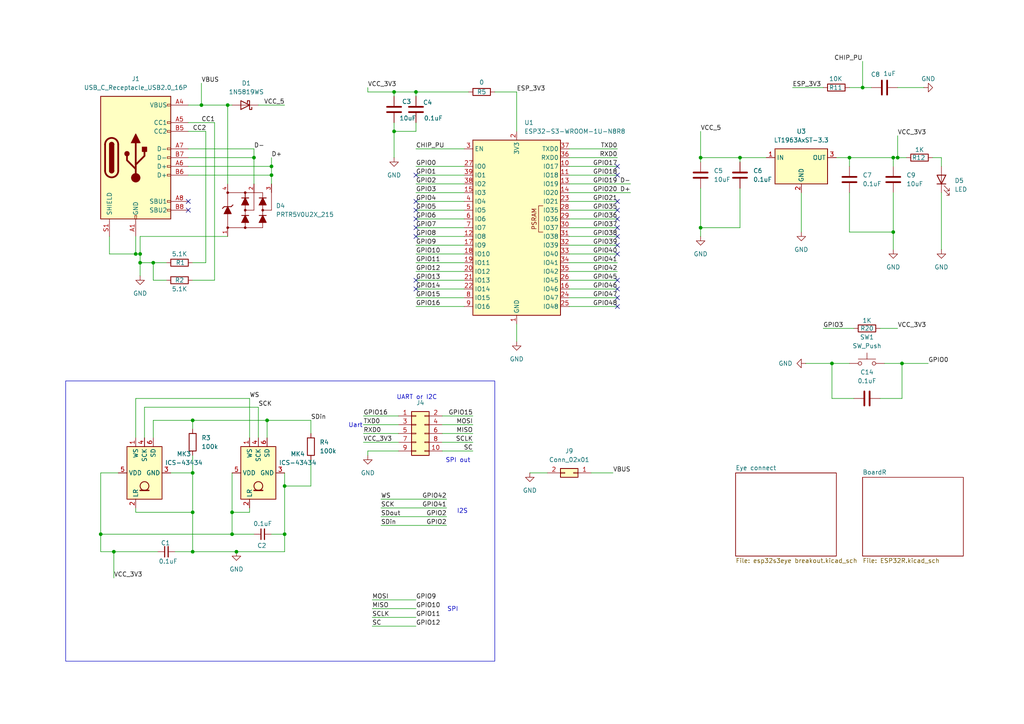
<source format=kicad_sch>
(kicad_sch (version 20231120) (generator "eeschema") (generator_version "8.0")
  (paper "A4")
  (lib_symbols
    (symbol "Connector:USB_C_Receptacle_USB2.0_16P" (pin_names (offset 1.016))
      (property "Reference" "J" (at 0 22.225 0))
      (property "Value" "USB_C_Receptacle_USB2.0_16P" (at 0 19.685 0))
      (symbol "USB_C_Receptacle_USB2.0_16P_0_0"
        (rectangle (start -0.254 -17.78) (end 0.254 -16.764))
        (rectangle (start 10.16 -14.986) (end 9.144 -15.494))
        (rectangle (start 10.16 -12.446) (end 9.144 -12.954))
        (rectangle (start 10.16 -4.826) (end 9.144 -5.334))
        (rectangle (start 10.16 -2.286) (end 9.144 -2.794))
        (rectangle (start 10.16 0.254) (end 9.144 -0.254))
        (rectangle (start 10.16 2.794) (end 9.144 2.286))
        (rectangle (start 10.16 7.874) (end 9.144 7.366))
        (rectangle (start 10.16 10.414) (end 9.144 9.906))
        (rectangle (start 10.16 15.494) (end 9.144 14.986))
      )
      (symbol "USB_C_Receptacle_USB2.0_16P_0_1"
        (rectangle (start -10.16 17.78) (end 10.16 -17.78) (stroke (width 0.254)) (fill (type background)))
        (arc (start -8.89 -3.81) (mid -6.985 -5.7067) (end -5.08 -3.81) (stroke (width 0.508)))
        (arc (start -7.62 -3.81) (mid -6.985 -4.4423) (end -6.35 -3.81) (stroke (width 0.254)))
        (arc (start -7.62 -3.81) (mid -6.985 -4.4423) (end -6.35 -3.81) (stroke (width 0.254)) (fill (type outline)))
        (rectangle (start -7.62 -3.81) (end -6.35 3.81) (stroke (width 0.254)) (fill (type outline)))
        (arc (start -6.35 3.81) (mid -6.985 4.4423) (end -7.62 3.81) (stroke (width 0.254)))
        (arc (start -6.35 3.81) (mid -6.985 4.4423) (end -7.62 3.81) (stroke (width 0.254)) (fill (type outline)))
        (arc (start -5.08 3.81) (mid -6.985 5.7067) (end -8.89 3.81) (stroke (width 0.508)))
        (circle (center -2.54 1.143) (radius 0.635) (stroke (width 0.254)) (fill (type outline)))
        (circle (center 0 -5.842) (radius 1.27) (fill (type outline)))
        (polyline (pts (xy -8.89 -3.81) (xy -8.89 3.81)) (stroke (width 0.508)))
        (polyline (pts (xy -5.08 3.81) (xy -5.08 -3.81)) (stroke (width 0.508)))
        (polyline (pts (xy 0 -5.842) (xy 0 4.318)) (stroke (width 0.508)))
        (polyline (pts (xy 0 -3.302) (xy -2.54 -0.762) (xy -2.54 0.508)) (stroke (width 0.508)))
        (polyline (pts (xy 0 -2.032) (xy 2.54 0.508) (xy 2.54 1.778)) (stroke (width 0.508)))
        (polyline (pts (xy -1.27 4.318) (xy 0 6.858) (xy 1.27 4.318) (xy -1.27 4.318)) (stroke (width 0.254)) (fill (type outline)))
        (rectangle (start 1.905 1.778) (end 3.175 3.048) (stroke (width 0.254)) (fill (type outline)))
      )
      (symbol "USB_C_Receptacle_USB2.0_16P_1_1"
        (pin passive line (at 0 -22.86 90) (length 5.08) (name "GND") (number "A1"))
        (pin passive line (at 0 -22.86 90) (length 5.08) hide (name "GND") (number "A12"))
        (pin passive line (at 15.24 15.24 180) (length 5.08) (name "VBUS") (number "A4"))
        (pin bidirectional line (at 15.24 10.16 180) (length 5.08) (name "CC1") (number "A5"))
        (pin bidirectional line (at 15.24 -2.54 180) (length 5.08) (name "D+") (number "A6"))
        (pin bidirectional line (at 15.24 2.54 180) (length 5.08) (name "D-") (number "A7"))
        (pin bidirectional line (at 15.24 -12.7 180) (length 5.08) (name "SBU1") (number "A8"))
        (pin passive line (at 15.24 15.24 180) (length 5.08) hide (name "VBUS") (number "A9"))
        (pin passive line (at 0 -22.86 90) (length 5.08) hide (name "GND") (number "B1"))
        (pin passive line (at 0 -22.86 90) (length 5.08) hide (name "GND") (number "B12"))
        (pin passive line (at 15.24 15.24 180) (length 5.08) hide (name "VBUS") (number "B4"))
        (pin bidirectional line (at 15.24 7.62 180) (length 5.08) (name "CC2") (number "B5"))
        (pin bidirectional line (at 15.24 -5.08 180) (length 5.08) (name "D+") (number "B6"))
        (pin bidirectional line (at 15.24 0 180) (length 5.08) (name "D-") (number "B7"))
        (pin bidirectional line (at 15.24 -15.24 180) (length 5.08) (name "SBU2") (number "B8"))
        (pin passive line (at 15.24 15.24 180) (length 5.08) hide (name "VBUS") (number "B9"))
        (pin passive line (at -7.62 -22.86 90) (length 5.08) (name "SHIELD") (number "S1"))
      )
    )
    (symbol "Connector_Generic:Conn_02x01" (pin_names (offset 1.016) hide)
      (property "Reference" "J" (at 1.27 2.54 0))
      (property "Value" "Conn_02x01" (at 1.27 -2.54 0))
      (symbol "Conn_02x01_1_1"
        (rectangle (start -1.27 0.127) (end 0 -0.127) (stroke (width 0.1524)))
        (rectangle (start -1.27 1.27) (end 3.81 -1.27) (stroke (width 0.254)) (fill (type background)))
        (rectangle (start 3.81 0.127) (end 2.54 -0.127) (stroke (width 0.1524)))
        (pin passive line (at -5.08 0 0) (length 3.81) (name "Pin_1") (number "1"))
        (pin passive line (at 7.62 0 180) (length 3.81) (name "Pin_2") (number "2"))
      )
    )
    (symbol "Connector_Generic:Conn_02x05_Odd_Even" (pin_names (offset 1.016) hide)
      (property "Reference" "J" (at 1.27 7.62 0))
      (property "Value" "Conn_02x05_Odd_Even" (at 1.27 -7.62 0))
      (symbol "Conn_02x05_Odd_Even_1_1"
        (rectangle (start -1.27 -4.953) (end 0 -5.207) (stroke (width 0.1524)))
        (rectangle (start -1.27 -2.413) (end 0 -2.667) (stroke (width 0.1524)))
        (rectangle (start -1.27 0.127) (end 0 -0.127) (stroke (width 0.1524)))
        (rectangle (start -1.27 2.667) (end 0 2.413) (stroke (width 0.1524)))
        (rectangle (start -1.27 5.207) (end 0 4.953) (stroke (width 0.1524)))
        (rectangle (start -1.27 6.35) (end 3.81 -6.35) (stroke (width 0.254)) (fill (type background)))
        (rectangle (start 3.81 -4.953) (end 2.54 -5.207) (stroke (width 0.1524)))
        (rectangle (start 3.81 -2.413) (end 2.54 -2.667) (stroke (width 0.1524)))
        (rectangle (start 3.81 0.127) (end 2.54 -0.127) (stroke (width 0.1524)))
        (rectangle (start 3.81 2.667) (end 2.54 2.413) (stroke (width 0.1524)))
        (rectangle (start 3.81 5.207) (end 2.54 4.953) (stroke (width 0.1524)))
        (pin passive line (at -5.08 5.08 0) (length 3.81) (name "Pin_1") (number "1"))
        (pin passive line (at 7.62 -5.08 180) (length 3.81) (name "Pin_10") (number "10"))
        (pin passive line (at 7.62 5.08 180) (length 3.81) (name "Pin_2") (number "2"))
        (pin passive line (at -5.08 2.54 0) (length 3.81) (name "Pin_3") (number "3"))
        (pin passive line (at 7.62 2.54 180) (length 3.81) (name "Pin_4") (number "4"))
        (pin passive line (at -5.08 0 0) (length 3.81) (name "Pin_5") (number "5"))
        (pin passive line (at 7.62 0 180) (length 3.81) (name "Pin_6") (number "6"))
        (pin passive line (at -5.08 -2.54 0) (length 3.81) (name "Pin_7") (number "7"))
        (pin passive line (at 7.62 -2.54 180) (length 3.81) (name "Pin_8") (number "8"))
        (pin passive line (at -5.08 -5.08 0) (length 3.81) (name "Pin_9") (number "9"))
      )
    )
    (symbol "Device:C" (pin_numbers hide) (pin_names (offset 0.254))
      (property "Reference" "C" (at 0.635 2.54 0))
      (property "Value" "C" (at 0.635 -2.54 0))
      (symbol "C_0_1"
        (polyline (pts (xy -2.032 -0.762) (xy 2.032 -0.762)) (stroke (width 0.508)))
        (polyline (pts (xy -2.032 0.762) (xy 2.032 0.762)) (stroke (width 0.508)))
      )
      (symbol "C_1_1"
        (pin passive line (at 0 3.81 270) (length 2.794) (name "~") (number "1"))
        (pin passive line (at 0 -3.81 90) (length 2.794) (name "~") (number "2"))
      )
    )
    (symbol "Device:C_Small" (pin_numbers hide) (pin_names (offset 0.254) hide)
      (property "Reference" "C" (at 0.254 1.778 0))
      (property "Value" "C_Small" (at 0.254 -2.032 0))
      (symbol "C_Small_0_1"
        (polyline (pts (xy -1.524 -0.508) (xy 1.524 -0.508)) (stroke (width 0.3302)))
        (polyline (pts (xy -1.524 0.508) (xy 1.524 0.508)) (stroke (width 0.3048)))
      )
      (symbol "C_Small_1_1"
        (pin passive line (at 0 2.54 270) (length 2.032) (name "~") (number "1"))
        (pin passive line (at 0 -2.54 90) (length 2.032) (name "~") (number "2"))
      )
    )
    (symbol "Device:LED" (pin_numbers hide) (pin_names (offset 1.016) hide)
      (property "Reference" "D" (at 0 2.54 0))
      (property "Value" "LED" (at 0 -2.54 0))
      (symbol "LED_0_1"
        (polyline (pts (xy -1.27 -1.27) (xy -1.27 1.27)) (stroke (width 0.254)))
        (polyline (pts (xy -1.27 0) (xy 1.27 0)))
        (polyline (pts (xy 1.27 -1.27) (xy 1.27 1.27) (xy -1.27 0) (xy 1.27 -1.27)) (stroke (width 0.254)))
        (polyline (pts (xy -3.048 -0.762) (xy -4.572 -2.286) (xy -3.81 -2.286) (xy -4.572 -2.286) (xy -4.572 -1.524)))
        (polyline (pts (xy -1.778 -0.762) (xy -3.302 -2.286) (xy -2.54 -2.286) (xy -3.302 -2.286) (xy -3.302 -1.524)))
      )
      (symbol "LED_1_1"
        (pin passive line (at -3.81 0 0) (length 2.54) (name "K") (number "1"))
        (pin passive line (at 3.81 0 180) (length 2.54) (name "A") (number "2"))
      )
    )
    (symbol "Device:R" (pin_numbers hide) (pin_names (offset 0))
      (property "Reference" "R" (at 2.032 0 90))
      (property "Value" "R" (at 0 0 90))
      (symbol "R_0_1"
        (rectangle (start -1.016 -2.54) (end 1.016 2.54) (stroke (width 0.254)))
      )
      (symbol "R_1_1"
        (pin passive line (at 0 3.81 270) (length 1.27) (name "~") (number "1"))
        (pin passive line (at 0 -3.81 90) (length 1.27) (name "~") (number "2"))
      )
    )
    (symbol "Diode:1N5819WS" (pin_numbers hide) (pin_names (offset 1.016) hide)
      (property "Reference" "D" (at 0 2.54 0))
      (property "Value" "1N5819WS" (at 0 -2.54 0))
      (symbol "1N5819WS_0_1"
        (polyline (pts (xy 1.27 0) (xy -1.27 0)))
        (polyline (pts (xy 1.27 1.27) (xy 1.27 -1.27) (xy -1.27 0) (xy 1.27 1.27)) (stroke (width 0.254)))
        (polyline (pts (xy -1.905 0.635) (xy -1.905 1.27) (xy -1.27 1.27) (xy -1.27 -1.27) (xy -0.635 -1.27) (xy -0.635 -0.635)) (stroke (width 0.254)))
      )
      (symbol "1N5819WS_1_1"
        (pin passive line (at -3.81 0 0) (length 2.54) (name "K") (number "1"))
        (pin passive line (at 3.81 0 180) (length 2.54) (name "A") (number "2"))
      )
    )
    (symbol "PRTR5V0U2X_215:PRTR5V0U2X_215" (pin_names (offset 1.016))
      (property "Reference" "D" (at -2.5474 -7.5404 0))
      (property "Value" "PRTR5V0U2X_215" (at -2.543 -10.3245 0))
      (symbol "PRTR5V0U2X_215_0_0"
        (circle (center -5.08 -5.08) (radius 0.254) (stroke (width 0.254)))
        (circle (center -5.08 5.08) (radius 0.254) (stroke (width 0.254)))
        (circle (center 0 -5.08) (radius 0.254) (stroke (width 0.254)))
        (polyline (pts (xy -6.096 1.016) (xy -6.604 0.508)) (stroke (width 0.254)))
        (polyline (pts (xy -6.096 1.016) (xy -5.08 1.016)) (stroke (width 0.254)))
        (polyline (pts (xy -5.08 -1.016) (xy -5.08 -7.62)) (stroke (width 0.1524)))
        (polyline (pts (xy -5.08 1.016) (xy -5.08 7.62)) (stroke (width 0.1524)))
        (polyline (pts (xy -5.08 1.016) (xy -4.064 1.016)) (stroke (width 0.254)))
        (polyline (pts (xy -4.064 1.016) (xy -3.556 1.524)) (stroke (width 0.254)))
        (polyline (pts (xy -1.016 -1.524) (xy 0 -1.524)) (stroke (width 0.254)))
        (polyline (pts (xy -1.016 3.556) (xy 0 3.556)) (stroke (width 0.254)))
        (polyline (pts (xy 0 -5.08) (xy -5.08 -5.08)) (stroke (width 0.1524)))
        (polyline (pts (xy 0 -3.556) (xy 0 -5.08)) (stroke (width 0.1524)))
        (polyline (pts (xy 0 -1.524) (xy 0 0)) (stroke (width 0.1524)))
        (polyline (pts (xy 0 -1.524) (xy 1.016 -1.524)) (stroke (width 0.254)))
        (polyline (pts (xy 0 0) (xy 0 1.524)) (stroke (width 0.1524)))
        (polyline (pts (xy 0 0) (xy 2.54 0)) (stroke (width 0.1524)))
        (polyline (pts (xy 0 3.556) (xy 0 5.08)) (stroke (width 0.254)))
        (polyline (pts (xy 0 3.556) (xy 1.016 3.556)) (stroke (width 0.254)))
        (polyline (pts (xy 0 5.08) (xy -5.08 5.08)) (stroke (width 0.1524)))
        (polyline (pts (xy 2.54 0) (xy 2.54 7.62)) (stroke (width 0.1524)))
        (polyline (pts (xy 4.064 -1.524) (xy 5.08 -1.524)) (stroke (width 0.254)))
        (polyline (pts (xy 4.064 3.556) (xy 5.08 3.556)) (stroke (width 0.254)))
        (polyline (pts (xy 5.08 -5.08) (xy 0 -5.08)) (stroke (width 0.1524)))
        (polyline (pts (xy 5.08 -3.556) (xy 5.08 -5.08)) (stroke (width 0.1524)))
        (polyline (pts (xy 5.08 -1.524) (xy 5.08 0)) (stroke (width 0.1524)))
        (polyline (pts (xy 5.08 -1.524) (xy 6.096 -1.524)) (stroke (width 0.254)))
        (polyline (pts (xy 5.08 0) (xy 5.08 1.524)) (stroke (width 0.1524)))
        (polyline (pts (xy 5.08 0) (xy 7.62 0)) (stroke (width 0.1524)))
        (polyline (pts (xy 5.08 3.556) (xy 5.08 5.08)) (stroke (width 0.1524)))
        (polyline (pts (xy 5.08 3.556) (xy 6.096 3.556)) (stroke (width 0.254)))
        (polyline (pts (xy 5.08 5.08) (xy 0 5.08)) (stroke (width 0.1524)))
        (polyline (pts (xy 7.62 0) (xy 7.62 7.62)) (stroke (width 0.1524)))
        (polyline (pts (xy -6.096 -1.016) (xy -5.08 1.016) (xy -4.064 -1.016) (xy -6.096 -1.016)) (stroke (width 0.254)) (fill (type outline)))
        (polyline (pts (xy -1.016 -3.556) (xy 0 -1.524) (xy 1.016 -3.556) (xy -1.016 -3.556)) (stroke (width 0.254)) (fill (type outline)))
        (polyline (pts (xy -1.016 1.524) (xy 0 3.556) (xy 1.016 1.524) (xy -1.016 1.524)) (stroke (width 0.254)) (fill (type outline)))
        (polyline (pts (xy 4.064 -3.556) (xy 5.08 -1.524) (xy 6.096 -3.556) (xy 4.064 -3.556)) (stroke (width 0.254)) (fill (type outline)))
        (polyline (pts (xy 4.064 1.524) (xy 5.08 3.556) (xy 6.096 1.524) (xy 4.064 1.524)) (stroke (width 0.254)) (fill (type outline)))
        (circle (center 0 0) (radius 0.254) (stroke (width 0.254)))
        (circle (center 0 5.08) (radius 0.254) (stroke (width 0.254)))
        (circle (center 5.08 0) (radius 0.254) (stroke (width 0.254)))
        (pin passive line (at -5.08 -7.62 90) (length 2.54) (name "~") (number "1"))
        (pin passive line (at 2.54 7.62 270) (length 2.54) (name "~") (number "2"))
        (pin passive line (at 7.62 7.62 270) (length 2.54) (name "~") (number "3"))
        (pin passive line (at -5.08 7.62 270) (length 2.54) (name "~") (number "4"))
      )
    )
    (symbol "RF_Module:ESP32-S3-WROOM-1"
      (property "Reference" "U" (at -12.7 26.67 0))
      (property "Value" "ESP32-S3-WROOM-1" (at 12.7 26.67 0))
      (symbol "ESP32-S3-WROOM-1_0_0"
        (rectangle (start -12.7 25.4) (end 12.7 -25.4) (stroke (width 0.254)) (fill (type background)))
        (text "PSRAM" (at 5.08 2.54 900) (effects (font (size 1.27 1.27))))
      )
      (symbol "ESP32-S3-WROOM-1_0_1"
        (polyline (pts (xy 7.62 -1.27) (xy 6.35 -1.27) (xy 6.35 6.35) (xy 7.62 6.35)))
      )
      (symbol "ESP32-S3-WROOM-1_1_1"
        (pin power_in line (at 0 -27.94 90) (length 2.54) (name "GND") (number "1"))
        (pin bidirectional line (at 15.24 17.78 180) (length 2.54) (name "IO17") (number "10"))
        (pin bidirectional line (at 15.24 15.24 180) (length 2.54) (name "IO18") (number "11"))
        (pin bidirectional line (at -15.24 -2.54 0) (length 2.54) (name "IO8") (number "12"))
        (pin bidirectional line (at 15.24 12.7 180) (length 2.54) (name "IO19") (number "13"))
        (pin bidirectional line (at 15.24 10.16 180) (length 2.54) (name "IO20") (number "14"))
        (pin bidirectional line (at -15.24 10.16 0) (length 2.54) (name "IO3") (number "15"))
        (pin bidirectional line (at 15.24 -17.78 180) (length 2.54) (name "IO46") (number "16"))
        (pin bidirectional line (at -15.24 -5.08 0) (length 2.54) (name "IO9") (number "17"))
        (pin bidirectional line (at -15.24 -7.62 0) (length 2.54) (name "IO10") (number "18"))
        (pin bidirectional line (at -15.24 -10.16 0) (length 2.54) (name "IO11") (number "19"))
        (pin power_in line (at 0 27.94 270) (length 2.54) (name "3V3") (number "2"))
        (pin bidirectional line (at -15.24 -12.7 0) (length 2.54) (name "IO12") (number "20"))
        (pin bidirectional line (at -15.24 -15.24 0) (length 2.54) (name "IO13") (number "21"))
        (pin bidirectional line (at -15.24 -17.78 0) (length 2.54) (name "IO14") (number "22"))
        (pin bidirectional line (at 15.24 7.62 180) (length 2.54) (name "IO21") (number "23"))
        (pin bidirectional line (at 15.24 -20.32 180) (length 2.54) (name "IO47") (number "24"))
        (pin bidirectional line (at 15.24 -22.86 180) (length 2.54) (name "IO48") (number "25"))
        (pin bidirectional line (at 15.24 -15.24 180) (length 2.54) (name "IO45") (number "26"))
        (pin bidirectional line (at -15.24 17.78 0) (length 2.54) (name "IO0") (number "27"))
        (pin bidirectional line (at 15.24 5.08 180) (length 2.54) (name "IO35") (number "28"))
        (pin bidirectional line (at 15.24 2.54 180) (length 2.54) (name "IO36") (number "29"))
        (pin input line (at -15.24 22.86 0) (length 2.54) (name "EN") (number "3"))
        (pin bidirectional line (at 15.24 0 180) (length 2.54) (name "IO37") (number "30"))
        (pin bidirectional line (at 15.24 -2.54 180) (length 2.54) (name "IO38") (number "31"))
        (pin bidirectional line (at 15.24 -5.08 180) (length 2.54) (name "IO39") (number "32"))
        (pin bidirectional line (at 15.24 -7.62 180) (length 2.54) (name "IO40") (number "33"))
        (pin bidirectional line (at 15.24 -10.16 180) (length 2.54) (name "IO41") (number "34"))
        (pin bidirectional line (at 15.24 -12.7 180) (length 2.54) (name "IO42") (number "35"))
        (pin bidirectional line (at 15.24 20.32 180) (length 2.54) (name "RXD0") (number "36"))
        (pin bidirectional line (at 15.24 22.86 180) (length 2.54) (name "TXD0") (number "37"))
        (pin bidirectional line (at -15.24 12.7 0) (length 2.54) (name "IO2") (number "38"))
        (pin bidirectional line (at -15.24 15.24 0) (length 2.54) (name "IO1") (number "39"))
        (pin bidirectional line (at -15.24 7.62 0) (length 2.54) (name "IO4") (number "4"))
        (pin passive line (at 0 -27.94 90) (length 2.54) hide (name "GND") (number "40"))
        (pin passive line (at 0 -27.94 90) (length 2.54) hide (name "GND") (number "41"))
        (pin bidirectional line (at -15.24 5.08 0) (length 2.54) (name "IO5") (number "5"))
        (pin bidirectional line (at -15.24 2.54 0) (length 2.54) (name "IO6") (number "6"))
        (pin bidirectional line (at -15.24 0 0) (length 2.54) (name "IO7") (number "7"))
        (pin bidirectional line (at -15.24 -20.32 0) (length 2.54) (name "IO15") (number "8"))
        (pin bidirectional line (at -15.24 -22.86 0) (length 2.54) (name "IO16") (number "9"))
      )
    )
    (symbol "Regulator_Linear:LT1963AxST-3.3"
      (property "Reference" "U2" (at 0 10.16 0))
      (property "Value" "LT1963AxST-3.3" (at 0 7.62 0))
      (symbol "LT1963AxST-3.3_0_1"
        (rectangle (start -7.62 5.08) (end 7.62 -5.08) (stroke (width 0.254)) (fill (type background)))
      )
      (symbol "LT1963AxST-3.3_1_1"
        (pin power_in line (at -10.16 2.54 0) (length 2.54) (name "IN") (number "1"))
        (pin power_in line (at 0 -7.62 90) (length 2.54) (name "GND") (number "2"))
        (pin power_out line (at 10.16 2.54 180) (length 2.54) (name "OUT") (number "3"))
        (pin power_in line (at 0 -7.62 90) (length 2.54) hide (name "GND") (number "4"))
      )
    )
    (symbol "Sensor_Audio:ICS-43434"
      (property "Reference" "MK" (at -7.62 6.35 0))
      (property "Value" "ICS-43434" (at 1.27 6.35 0))
      (symbol "ICS-43434_1_1"
        (rectangle (start -7.62 5.08) (end 7.62 -5.08) (stroke (width 0.254)) (fill (type background)))
        (circle (center -3.81 0) (radius 1.27) (stroke (width 0.254)))
        (polyline (pts (xy -5.08 1.27) (xy -5.08 -1.27)) (stroke (width 0.381)))
        (pin input line (at 10.16 2.54 180) (length 2.54) (name "WS") (number "1"))
        (pin input line (at -10.16 2.54 0) (length 2.54) (name "LR") (number "2"))
        (pin power_in line (at 0 -7.62 90) (length 2.54) (name "GND") (number "3"))
        (pin input line (at 10.16 0 180) (length 2.54) (name "SCK") (number "4"))
        (pin power_in line (at 0 7.62 270) (length 2.54) (name "VDD") (number "5"))
        (pin output line (at 10.16 -2.54 180) (length 2.54) (name "SD") (number "6"))
      )
    )
    (symbol "Switch:SW_Push" (pin_numbers hide) (pin_names (offset 1.016) hide)
      (property "Reference" "SW" (at 1.27 2.54 0))
      (property "Value" "SW_Push" (at 0 -1.524 0))
      (symbol "SW_Push_0_1"
        (circle (center -2.032 0) (radius 0.508))
        (polyline (pts (xy 0 1.27) (xy 0 3.048)))
        (polyline (pts (xy 2.54 1.27) (xy -2.54 1.27)))
        (circle (center 2.032 0) (radius 0.508))
        (pin passive line (at -5.08 0 0) (length 2.54) (name "1") (number "1"))
        (pin passive line (at 5.08 0 180) (length 2.54) (name "2") (number "2"))
      )
    )
    (symbol "power:GND" (power) (pin_numbers hide) (pin_names (offset 0) hide)
      (property "Value" "GND" (at 0 -3.81 0))
      (symbol "GND_0_1"
        (polyline (pts (xy 0 0) (xy 0 -1.27) (xy 1.27 -1.27) (xy 0 -2.54) (xy -1.27 -1.27) (xy 0 -1.27)))
      )
      (symbol "GND_1_1"
        (pin power_in line (at 0 0 270) (length 0) (name "~") (number "1"))
      )
    )
  )
  (junction (at 33.02 160.02))
  (junction (at 260.35 45.72))
  (junction (at 120.65 26.67))
  (junction (at 55.88 121.92))
  (junction (at 261.62 105.41))
  (junction (at 68.58 160.02))
  (junction (at 78.74 50.8))
  (junction (at 82.55 140.97))
  (junction (at 82.55 154.94))
  (junction (at 55.88 160.02))
  (junction (at 250.19 25.4))
  (junction (at 67.31 154.94))
  (junction (at 40.64 73.66))
  (junction (at 29.21 154.94))
  (junction (at 259.08 67.31))
  (junction (at 39.37 73.66))
  (junction (at 73.66 45.72))
  (junction (at 55.88 148.59))
  (junction (at 58.42 30.48))
  (junction (at 44.45 76.2))
  (junction (at 67.31 148.59))
  (junction (at 203.2 45.72))
  (junction (at 114.3 26.67))
  (junction (at 40.64 76.2))
  (junction (at 246.38 45.72))
  (junction (at 77.47 121.92))
  (junction (at 114.3 38.1))
  (junction (at 66.04 30.48))
  (junction (at 214.63 45.72))
  (junction (at 259.08 45.72))
  (junction (at 78.74 48.26))
  (junction (at 241.3 105.41))
  (junction (at 203.2 66.04))
  (junction (at 55.88 137.16))
  (no_connect (at 179.07 88.9))
  (no_connect (at 120.65 50.8))
  (no_connect (at 120.65 83.82))
  (no_connect (at 179.07 81.28))
  (no_connect (at 179.07 66.04))
  (no_connect (at 179.07 58.42))
  (no_connect (at 120.65 60.96))
  (no_connect (at 179.07 68.58))
  (no_connect (at 179.07 60.96))
  (no_connect (at 179.07 50.8))
  (no_connect (at 179.07 71.12))
  (no_connect (at 120.65 81.28))
  (no_connect (at 54.61 60.96))
  (no_connect (at 179.07 73.66))
  (no_connect (at 120.65 58.42))
  (no_connect (at 179.07 83.82))
  (no_connect (at 179.07 86.36))
  (no_connect (at 120.65 68.58))
  (no_connect (at 179.07 48.26))
  (no_connect (at 120.65 63.5))
  (no_connect (at 120.65 66.04))
  (no_connect (at 179.07 63.5))
  (no_connect (at 54.61 58.42))
  (wire (pts (xy 55.88 121.92) (xy 77.47 121.92)))
  (wire (pts (xy 260.35 39.37) (xy 260.35 45.72)))
  (wire (pts (xy 120.65 63.5) (xy 134.62 63.5)))
  (wire (pts (xy 54.61 45.72) (xy 73.66 45.72)))
  (wire (pts (xy 55.88 132.08) (xy 55.88 137.16)))
  (wire (pts (xy 77.47 121.92) (xy 77.47 127)))
  (wire (pts (xy 120.65 83.82) (xy 134.62 83.82)))
  (wire (pts (xy 40.64 76.2) (xy 40.64 73.66)))
  (wire (pts (xy 120.65 68.58) (xy 134.62 68.58)))
  (wire (pts (xy 110.49 147.32) (xy 129.54 147.32)))
  (wire (pts (xy 143.51 26.67) (xy 149.86 26.67)))
  (wire (pts (xy 259.08 67.31) (xy 259.08 72.39)))
  (wire (pts (xy 120.65 26.67) (xy 135.89 26.67)))
  (wire (pts (xy 54.61 38.1) (xy 59.69 38.1)))
  (wire (pts (xy 120.65 88.9) (xy 134.62 88.9)))
  (wire (pts (xy 115.57 120.65) (xy 105.41 120.65)))
  (wire (pts (xy 165.1 53.34) (xy 182.88 53.34)))
  (wire (pts (xy 246.38 45.72) (xy 246.38 48.26)))
  (wire (pts (xy 55.88 137.16) (xy 55.88 148.59)))
  (wire (pts (xy 62.23 35.56) (xy 62.23 81.28)))
  (wire (pts (xy 40.64 76.2) (xy 44.45 76.2)))
  (wire (pts (xy 246.38 55.88) (xy 246.38 67.31)))
  (wire (pts (xy 247.65 115.57) (xy 241.3 115.57)))
  (wire (pts (xy 259.08 55.88) (xy 259.08 67.31)))
  (wire (pts (xy 41.91 118.11) (xy 74.93 118.11)))
  (wire (pts (xy 66.04 30.48) (xy 67.31 30.48)))
  (wire (pts (xy 203.2 46.99) (xy 203.2 45.72)))
  (wire (pts (xy 137.16 128.27) (xy 128.27 128.27)))
  (wire (pts (xy 165.1 81.28) (xy 179.07 81.28)))
  (wire (pts (xy 273.05 55.88) (xy 273.05 72.39)))
  (wire (pts (xy 39.37 148.59) (xy 55.88 148.59)))
  (wire (pts (xy 39.37 73.66) (xy 40.64 73.66)))
  (wire (pts (xy 39.37 68.58) (xy 39.37 73.66)))
  (wire (pts (xy 72.39 127) (xy 72.39 115.57)))
  (wire (pts (xy 120.65 35.56) (xy 120.65 38.1)))
  (wire (pts (xy 120.65 26.67) (xy 120.65 27.94)))
  (wire (pts (xy 107.95 173.99) (xy 120.65 173.99)))
  (wire (pts (xy 66.04 30.48) (xy 66.04 53.34)))
  (wire (pts (xy 241.3 105.41) (xy 246.38 105.41)))
  (wire (pts (xy 128.27 123.19) (xy 137.16 123.19)))
  (wire (pts (xy 62.23 81.28) (xy 55.88 81.28)))
  (wire (pts (xy 165.1 71.12) (xy 179.07 71.12)))
  (wire (pts (xy 44.45 121.92) (xy 55.88 121.92)))
  (wire (pts (xy 67.31 148.59) (xy 67.31 154.94)))
  (wire (pts (xy 214.63 66.04) (xy 203.2 66.04)))
  (wire (pts (xy 73.66 45.72) (xy 73.66 53.34)))
  (wire (pts (xy 229.87 25.4) (xy 238.76 25.4)))
  (wire (pts (xy 114.3 26.67) (xy 120.65 26.67)))
  (wire (pts (xy 171.45 137.16) (xy 177.8 137.16)))
  (wire (pts (xy 120.65 81.28) (xy 134.62 81.28)))
  (wire (pts (xy 203.2 54.61) (xy 203.2 66.04)))
  (wire (pts (xy 105.41 128.27) (xy 115.57 128.27)))
  (wire (pts (xy 54.61 35.56) (xy 62.23 35.56)))
  (wire (pts (xy 54.61 50.8) (xy 78.74 50.8)))
  (wire (pts (xy 106.68 25.4) (xy 106.68 26.67)))
  (wire (pts (xy 67.31 148.59) (xy 72.39 148.59)))
  (wire (pts (xy 72.39 147.32) (xy 72.39 148.59)))
  (wire (pts (xy 82.55 140.97) (xy 90.17 140.97)))
  (wire (pts (xy 67.31 148.59) (xy 67.31 137.16)))
  (wire (pts (xy 114.3 38.1) (xy 114.3 45.72)))
  (wire (pts (xy 241.3 105.41) (xy 241.3 115.57)))
  (wire (pts (xy 54.61 48.26) (xy 78.74 48.26)))
  (wire (pts (xy 106.68 26.67) (xy 114.3 26.67)))
  (wire (pts (xy 232.41 55.88) (xy 232.41 67.31)))
  (wire (pts (xy 165.1 76.2) (xy 179.07 76.2)))
  (wire (pts (xy 259.08 45.72) (xy 260.35 45.72)))
  (wire (pts (xy 242.57 45.72) (xy 246.38 45.72)))
  (wire (pts (xy 55.88 148.59) (xy 55.88 160.02)))
  (wire (pts (xy 120.65 38.1) (xy 114.3 38.1)))
  (wire (pts (xy 68.58 160.02) (xy 82.55 160.02)))
  (wire (pts (xy 110.49 144.78) (xy 129.54 144.78)))
  (wire (pts (xy 120.65 58.42) (xy 134.62 58.42)))
  (wire (pts (xy 260.35 25.4) (xy 267.97 25.4)))
  (wire (pts (xy 59.69 76.2) (xy 55.88 76.2)))
  (wire (pts (xy 179.07 50.8) (xy 165.1 50.8)))
  (wire (pts (xy 260.35 45.72) (xy 262.89 45.72)))
  (wire (pts (xy 165.1 86.36) (xy 179.07 86.36)))
  (wire (pts (xy 48.26 81.28) (xy 44.45 81.28)))
  (wire (pts (xy 149.86 93.98) (xy 149.86 99.06)))
  (wire (pts (xy 153.67 137.16) (xy 158.75 137.16)))
  (wire (pts (xy 29.21 160.02) (xy 29.21 154.94)))
  (wire (pts (xy 120.65 78.74) (xy 134.62 78.74)))
  (wire (pts (xy 44.45 76.2) (xy 48.26 76.2)))
  (wire (pts (xy 77.47 121.92) (xy 90.17 121.92)))
  (wire (pts (xy 106.68 130.81) (xy 106.68 132.08)))
  (wire (pts (xy 58.42 30.48) (xy 66.04 30.48)))
  (wire (pts (xy 107.95 179.07) (xy 120.65 179.07)))
  (wire (pts (xy 120.65 66.04) (xy 134.62 66.04)))
  (wire (pts (xy 40.64 80.01) (xy 40.64 76.2)))
  (wire (pts (xy 114.3 35.56) (xy 114.3 38.1)))
  (wire (pts (xy 78.74 45.72) (xy 78.74 48.26)))
  (wire (pts (xy 74.93 30.48) (xy 82.55 30.48)))
  (wire (pts (xy 165.1 60.96) (xy 179.07 60.96)))
  (wire (pts (xy 246.38 25.4) (xy 250.19 25.4)))
  (wire (pts (xy 114.3 26.67) (xy 114.3 27.94)))
  (wire (pts (xy 165.1 45.72) (xy 179.07 45.72)))
  (wire (pts (xy 82.55 154.94) (xy 82.55 140.97)))
  (wire (pts (xy 33.02 167.64) (xy 33.02 160.02)))
  (wire (pts (xy 120.65 55.88) (xy 134.62 55.88)))
  (wire (pts (xy 261.62 115.57) (xy 261.62 105.41)))
  (wire (pts (xy 165.1 78.74) (xy 179.07 78.74)))
  (wire (pts (xy 214.63 54.61) (xy 214.63 66.04)))
  (wire (pts (xy 273.05 45.72) (xy 273.05 48.26)))
  (wire (pts (xy 255.27 115.57) (xy 261.62 115.57)))
  (wire (pts (xy 59.69 38.1) (xy 59.69 76.2)))
  (wire (pts (xy 179.07 48.26) (xy 165.1 48.26)))
  (wire (pts (xy 105.41 125.73) (xy 115.57 125.73)))
  (wire (pts (xy 261.62 105.41) (xy 256.54 105.41)))
  (wire (pts (xy 29.21 137.16) (xy 29.21 154.94)))
  (wire (pts (xy 31.75 73.66) (xy 39.37 73.66)))
  (wire (pts (xy 120.65 53.34) (xy 134.62 53.34)))
  (wire (pts (xy 137.16 125.73) (xy 128.27 125.73)))
  (wire (pts (xy 250.19 25.4) (xy 252.73 25.4)))
  (wire (pts (xy 214.63 45.72) (xy 222.25 45.72)))
  (wire (pts (xy 233.68 105.41) (xy 241.3 105.41)))
  (wire (pts (xy 39.37 148.59) (xy 39.37 147.32)))
  (wire (pts (xy 44.45 127) (xy 44.45 121.92)))
  (wire (pts (xy 120.65 48.26) (xy 134.62 48.26)))
  (wire (pts (xy 44.45 81.28) (xy 44.45 76.2)))
  (wire (pts (xy 90.17 121.92) (xy 90.17 125.73)))
  (wire (pts (xy 120.65 60.96) (xy 134.62 60.96)))
  (wire (pts (xy 107.95 181.61) (xy 120.65 181.61)))
  (wire (pts (xy 203.2 45.72) (xy 214.63 45.72)))
  (wire (pts (xy 120.65 43.18) (xy 134.62 43.18)))
  (wire (pts (xy 128.27 120.65) (xy 137.16 120.65)))
  (wire (pts (xy 115.57 130.81) (xy 106.68 130.81)))
  (wire (pts (xy 110.49 152.4) (xy 129.54 152.4)))
  (wire (pts (xy 165.1 43.18) (xy 179.07 43.18)))
  (wire (pts (xy 33.02 160.02) (xy 29.21 160.02)))
  (wire (pts (xy 54.61 30.48) (xy 58.42 30.48)))
  (wire (pts (xy 165.1 58.42) (xy 179.07 58.42)))
  (wire (pts (xy 165.1 55.88) (xy 182.88 55.88)))
  (wire (pts (xy 137.16 130.81) (xy 128.27 130.81)))
  (wire (pts (xy 58.42 24.13) (xy 58.42 30.48)))
  (wire (pts (xy 72.39 115.57) (xy 39.37 115.57)))
  (wire (pts (xy 214.63 46.99) (xy 214.63 45.72)))
  (wire (pts (xy 105.41 123.19) (xy 115.57 123.19)))
  (wire (pts (xy 110.49 149.86) (xy 129.54 149.86)))
  (wire (pts (xy 120.65 86.36) (xy 134.62 86.36)))
  (wire (pts (xy 49.53 137.16) (xy 55.88 137.16)))
  (wire (pts (xy 120.65 76.2) (xy 134.62 76.2)))
  (wire (pts (xy 39.37 115.57) (xy 39.37 127)))
  (wire (pts (xy 203.2 66.04) (xy 203.2 68.58)))
  (wire (pts (xy 45.72 160.02) (xy 33.02 160.02)))
  (wire (pts (xy 246.38 67.31) (xy 259.08 67.31)))
  (wire (pts (xy 50.8 160.02) (xy 55.88 160.02)))
  (wire (pts (xy 250.19 25.4) (xy 250.19 17.78)))
  (wire (pts (xy 82.55 160.02) (xy 82.55 154.94)))
  (wire (pts (xy 34.29 137.16) (xy 29.21 137.16)))
  (wire (pts (xy 78.74 50.8) (xy 78.74 53.34)))
  (wire (pts (xy 54.61 43.18) (xy 73.66 43.18)))
  (wire (pts (xy 107.95 176.53) (xy 120.65 176.53)))
  (wire (pts (xy 203.2 38.1) (xy 203.2 45.72)))
  (wire (pts (xy 165.1 83.82) (xy 179.07 83.82)))
  (wire (pts (xy 55.88 160.02) (xy 68.58 160.02)))
  (wire (pts (xy 40.64 68.58) (xy 66.04 68.58)))
  (wire (pts (xy 74.93 118.11) (xy 74.93 127)))
  (wire (pts (xy 55.88 121.92) (xy 55.88 124.46)))
  (wire (pts (xy 165.1 73.66) (xy 179.07 73.66)))
  (wire (pts (xy 90.17 133.35) (xy 90.17 140.97)))
  (wire (pts (xy 269.24 105.41) (xy 261.62 105.41)))
  (wire (pts (xy 78.74 48.26) (xy 78.74 50.8)))
  (wire (pts (xy 259.08 45.72) (xy 259.08 48.26)))
  (wire (pts (xy 165.1 66.04) (xy 179.07 66.04)))
  (wire (pts (xy 29.21 154.94) (xy 67.31 154.94)))
  (wire (pts (xy 165.1 88.9) (xy 179.07 88.9)))
  (wire (pts (xy 246.38 45.72) (xy 259.08 45.72)))
  (wire (pts (xy 120.65 73.66) (xy 134.62 73.66)))
  (wire (pts (xy 67.31 154.94) (xy 73.66 154.94)))
  (wire (pts (xy 82.55 140.97) (xy 82.55 137.16)))
  (wire (pts (xy 41.91 118.11) (xy 41.91 127)))
  (wire (pts (xy 120.65 50.8) (xy 134.62 50.8)))
  (wire (pts (xy 270.51 45.72) (xy 273.05 45.72)))
  (wire (pts (xy 40.64 68.58) (xy 40.64 73.66)))
  (wire (pts (xy 120.65 71.12) (xy 134.62 71.12)))
  (wire (pts (xy 73.66 43.18) (xy 73.66 45.72)))
  (wire (pts (xy 255.27 95.25) (xy 260.35 95.25)))
  (wire (pts (xy 165.1 68.58) (xy 179.07 68.58)))
  (wire (pts (xy 31.75 68.58) (xy 31.75 73.66)))
  (wire (pts (xy 78.74 154.94) (xy 82.55 154.94)))
  (wire (pts (xy 149.86 38.1) (xy 149.86 26.67)))
  (wire (pts (xy 238.76 95.25) (xy 247.65 95.25)))
  (wire (pts (xy 165.1 63.5) (xy 179.07 63.5)))
  (rectangle (start 19.05 110.49) (end 143.51 191.77))
  (text "Uart\n" (at 103.124 123.444 0) (effects (font (size 1.27 1.27))))
  (text "UART or I2C\n" (at 120.904 115.316 0) (effects (font (size 1.27 1.27))))
  (text "SPI\n" (at 131.318 176.784 0) (effects (font (size 1.27 1.27))))
  (text "SPI out\n" (at 132.842 133.604 0) (effects (font (size 1.27 1.27))))
  (text "I2S" (at 134.112 148.336 0) (effects (font (size 1.27 1.27))))
  (label "GPIO42" (at 129.54 144.78 180))
  (label "GPIO9" (at 120.65 71.12 0))
  (label "GPIO0" (at 269.24 105.41 0) (property "Netclass" "GPIO0" (effects (hide yes))))
  (label "TXD0" (at 105.41 123.19 0))
  (label "GPIO7" (at 120.65 66.04 0))
  (label "GPIO6" (at 120.65 63.5 0))
  (label "GPIO12" (at 120.65 181.61 0))
  (label "VBUS" (at 177.8 137.16 0))
  (label "GPIO42" (at 179.07 78.74 180))
  (label "CC2" (at 55.88 38.1 0))
  (label "GPIO41" (at 129.54 147.32 180))
  (label "GPIO20" (at 179.07 55.88 180))
  (label "GPIO8" (at 120.65 68.58 0))
  (label "SCK" (at 110.49 147.32 0))
  (label "MOSI" (at 137.16 123.19 180))
  (label "GPIO12" (at 120.65 78.74 0))
  (label "CHIP_PU" (at 250.19 17.78 180))
  (label "VCC_5" (at 82.55 30.48 180))
  (label "RXD0" (at 105.41 125.73 0))
  (label "SCLK" (at 137.16 128.27 180))
  (label "VCC_3V3" (at 105.41 128.27 0))
  (label "SDin" (at 90.17 121.92 0))
  (label "MISO" (at 107.95 176.53 0))
  (label "VCC_3V3" (at 33.02 167.64 0))
  (label "GPIO36" (at 179.07 63.5 180))
  (label "GPIO1" (at 120.65 50.8 0))
  (label "D-" (at 73.66 43.18 0))
  (label "GPIO4" (at 120.65 58.42 0))
  (label "GPIO15" (at 137.16 120.65 180))
  (label "D+" (at 78.74 45.72 0))
  (label "D-" (at 182.88 53.34 180))
  (label "MOSI" (at 107.95 173.99 0))
  (label "GPIO0" (at 120.65 48.26 0) (property "Netclass" "GPIO0" (effects (hide yes))))
  (label "GPIO3" (at 120.65 55.88 0))
  (label "GPIO11" (at 120.65 179.07 0))
  (label "GPIO38" (at 179.07 68.58 180))
  (label "GPIO45" (at 179.07 81.28 180))
  (label "WS" (at 110.49 144.78 0))
  (label "VBUS" (at 58.42 24.13 0))
  (label "GPIO16" (at 105.41 120.65 0))
  (label "GPIO16" (at 120.65 88.9 0))
  (label "SCLK" (at 107.95 179.07 0))
  (label "SCK" (at 74.93 118.11 0))
  (label "RXD0" (at 179.07 45.72 180))
  (label "SDin" (at 110.49 152.4 0))
  (label "TXD0" (at 179.07 43.18 180))
  (label "GPIO35" (at 179.07 60.96 180))
  (label "VCC_5" (at 203.2 38.1 0))
  (label "GPIO2" (at 129.54 152.4 180))
  (label "GPIO11" (at 120.65 76.2 0))
  (label "GPIO41" (at 179.07 76.2 180))
  (label "GPIO13" (at 120.65 81.28 0))
  (label "GPIO17" (at 179.07 48.26 180))
  (label "VCC_3V3" (at 260.35 95.25 0))
  (label "GPIO3" (at 238.76 95.25 0))
  (label "GPIO10" (at 120.65 176.53 0))
  (label "GPIO47" (at 179.07 86.36 180))
  (label "GPIO19" (at 179.07 53.34 180))
  (label "GPIO21" (at 179.07 58.42 180))
  (label "GPIO5" (at 120.65 60.96 0))
  (label "GPIO18" (at 179.07 50.8 180))
  (label "GPIO2" (at 120.65 53.34 0))
  (label "SDout" (at 110.49 149.86 0))
  (label "ESP_3V3" (at 149.86 26.67 0))
  (label "GPIO37" (at 179.07 66.04 180))
  (label "WS" (at 72.39 115.57 0))
  (label "GPIO15" (at 120.65 86.36 0))
  (label "ESP_3V3" (at 229.87 25.4 0))
  (label "GPIO39" (at 179.07 71.12 180))
  (label "SC" (at 137.16 130.81 180))
  (label "GPIO46" (at 179.07 83.82 180))
  (label "VCC_3V3" (at 260.35 39.37 0))
  (label "CC1" (at 58.42 35.56 0))
  (label "VCC_3V3" (at 106.68 25.4 0))
  (label "GPIO14" (at 120.65 83.82 0))
  (label "MISO" (at 137.16 125.73 180))
  (label "GPIO10" (at 120.65 73.66 0))
  (label "CHIP_PU" (at 120.65 43.18 0))
  (label "GPIO2" (at 129.54 149.86 180))
  (label "GPIO48" (at 179.07 88.9 180))
  (label "GPIO40" (at 179.07 73.66 180))
  (label "SC" (at 107.95 181.61 0))
  (label "GPIO9" (at 120.65 173.99 0))
  (label "D+" (at 182.88 55.88 180))
  (symbol (lib_id "power:GND") (at 259.08 72.39 0) (unit 1)
    (property "Reference" "#PWR09" (effects (hide yes)))
    (property "Value" "GND" (at 259.08 77.47 0))
    (property "Description" "Power symbol creates a global label with name \"GND\" , ground" (effects (hide yes)))
  )
  (symbol (lib_id "Diode:1N5819WS") (at 71.12 30.48 180) (unit 1)
    (property "Reference" "D1" (at 71.4375 24.13 0))
    (property "Value" "1N5819WS" (at 71.4375 26.67 0))
    (property "Footprint" "Diode_SMD:D_SOD-323" (effects (hide yes)))
    (property "Datasheet" "https://datasheet.lcsc.com/lcsc/2204281430_Guangdong-Hottech-1N5819WS_C191023.pdf" (effects (hide yes)))
    (property "Description" "40V 600mV@1A 1A SOD-323 Schottky Barrier Diodes, SOD-323" (effects (hide yes)))
  )
  (symbol (lib_id "power:GND") (at 232.41 67.31 0) (unit 1)
    (property "Reference" "#PWR08" (effects (hide yes)))
    (property "Value" "GND" (at 232.41 72.39 0))
    (property "Description" "Power symbol creates a global label with name \"GND\" , ground" (effects (hide yes)))
  )
  (symbol (lib_id "Switch:SW_Push") (at 251.46 105.41 0) (unit 1)
    (property "Reference" "SW1" (at 251.46 97.79 0))
    (property "Value" "SW_Push" (at 251.46 100.33 0))
    (property "Footprint" "Button_Switch_SMD:SW_SPST_PTS647_Sx38" (effects (hide yes)))
    (property "Description" "Push button switch, generic, two pins" (effects (hide yes)))
  )
  (symbol (lib_id "Device:C_Small") (at 48.26 160.02 90) (unit 1)
    (property "Reference" "C1" (at 48.006 157.48 90))
    (property "Value" "0.1uF" (at 48.768 162.814 90))
    (property "Footprint" "Capacitor_SMD:C_0805_2012Metric_Pad1.18x1.45mm_HandSolder" (effects (hide yes)))
    (property "Description" "Unpolarized capacitor, small symbol" (effects (hide yes)))
  )
  (symbol (lib_id "Device:R") (at 139.7 26.67 90) (unit 1)
    (property "Reference" "R5" (at 139.7 26.67 90))
    (property "Value" "0" (at 139.7 23.876 90))
    (property "Footprint" "Jumper:SolderJumper-2_P1.3mm_Open_RoundedPad1.0x1.5mm" (effects (hide yes)))
    (property "Description" "Resistor" (effects (hide yes)))
  )
  (symbol (lib_id "Device:R") (at 52.07 81.28 90) (unit 1)
    (property "Reference" "R2" (at 52.07 81.28 90))
    (property "Value" "5.1K" (at 52.07 83.82 90))
    (property "Footprint" "Resistor_SMD:R_0805_2012Metric_Pad1.20x1.40mm_HandSolder" (effects (hide yes)))
    (property "Description" "Resistor" (effects (hide yes)))
  )
  (symbol (lib_id "Device:C") (at 251.46 115.57 90) (unit 1)
    (property "Reference" "C14" (at 251.46 107.95 90))
    (property "Value" "0.1uF" (at 251.46 110.49 90))
    (property "Footprint" "Capacitor_SMD:C_0805_2012Metric_Pad1.18x1.45mm_HandSolder" (effects (hide yes)))
    (property "Description" "Unpolarized capacitor" (effects (hide yes)))
  )
  (symbol (lib_id "power:GND") (at 40.64 80.01 0) (unit 1)
    (property "Reference" "#PWR01" (effects (hide yes)))
    (property "Value" "GND" (at 40.64 85.09 0))
    (property "Description" "Power symbol creates a global label with name \"GND\" , ground" (effects (hide yes)))
  )
  (symbol (lib_id "Device:R") (at 266.7 45.72 90) (unit 1)
    (property "Reference" "R12" (at 266.446 45.72 90))
    (property "Value" "1K" (at 266.7 43.434 90))
    (property "Footprint" "Resistor_SMD:R_0603_1608Metric_Pad0.98x0.95mm_HandSolder" (effects (hide yes)))
    (property "Description" "Resistor" (effects (hide yes)))
  )
  (symbol (lib_id "PRTR5V0U2X_215:PRTR5V0U2X_215") (at 71.12 60.96 0) (unit 1)
    (property "Reference" "D4" (at 80.01 59.6899 0) (effects (justify left)))
    (property "Value" "PRTR5V0U2X_215" (at 80.01 62.2299 0) (effects (justify left)))
    (property "Footprint" "Library:SOT143B" (effects (hide yes)))
  )
  (symbol (lib_id "Device:C") (at 214.63 50.8 0) (unit 1)
    (property "Reference" "C6" (at 218.44 49.5299 0) (effects (justify left)))
    (property "Value" "0.1uF" (at 218.44 52.0699 0) (effects (justify left)))
    (property "Footprint" "Capacitor_SMD:C_0805_2012Metric_Pad1.18x1.45mm_HandSolder" (effects (hide yes)))
    (property "Description" "Unpolarized capacitor" (effects (hide yes)))
  )
  (symbol (lib_id "Regulator_Linear:LT1963AxST-3.3") (at 232.41 48.26 0) (unit 1)
    (property "Reference" "U3" (at 232.41 38.1 0))
    (property "Value" "LT1963AxST-3.3" (at 232.41 40.64 0))
    (property "Footprint" "Package_TO_SOT_SMD:SOT-223-3_TabPin2" (effects (hide yes)))
    (property "Datasheet" "https://www.analog.com/media/en/technical-documentation/data-sheets/1963aff.pdf" (effects (hide yes)))
    (property "Description" "3.3V, 1.5A, Low Noise, Fast Transient Response LDO Regulator, SOT-223" (effects (hide yes)))
  )
  (symbol (lib_id "power:GND") (at 153.67 137.16 0) (unit 1)
    (property "Reference" "#PWR018" (effects (hide yes)))
    (property "Value" "GND" (at 153.67 142.24 0))
    (property "Description" "Power symbol creates a global label with name \"GND\" , ground" (effects (hide yes)))
  )
  (symbol (lib_id "Device:R") (at 90.17 129.54 0) (unit 1)
    (property "Reference" "R4" (at 92.71 128.2699 0) (effects (justify left)))
    (property "Value" "100k" (at 92.71 130.8099 0) (effects (justify left)))
    (property "Footprint" "Resistor_SMD:R_0805_2012Metric_Pad1.20x1.40mm_HandSolder" (effects (hide yes)))
    (property "Description" "Resistor" (effects (hide yes)))
  )
  (symbol (lib_id "Device:R") (at 52.07 76.2 90) (unit 1)
    (property "Reference" "R1" (at 52.324 76.2 90))
    (property "Value" "5.1K" (at 52.07 73.66 90))
    (property "Footprint" "Resistor_SMD:R_0805_2012Metric_Pad1.20x1.40mm_HandSolder" (effects (hide yes)))
    (property "Description" "Resistor" (effects (hide yes)))
  )
  (symbol (lib_id "power:GND") (at 114.3 45.72 0) (unit 1)
    (property "Reference" "#PWR04" (effects (hide yes)))
    (property "Value" "GND" (at 114.3 50.8 0))
    (property "Description" "Power symbol creates a global label with name \"GND\" , ground" (effects (hide yes)))
  )
  (symbol (lib_id "Device:C") (at 203.2 50.8 0) (unit 1)
    (property "Reference" "C5" (at 207.01 49.5299 0) (effects (justify left)))
    (property "Value" "10uF" (at 207.01 52.0699 0) (effects (justify left)))
    (property "Footprint" "Capacitor_SMD:C_0805_2012Metric_Pad1.18x1.45mm_HandSolder" (effects (hide yes)))
    (property "Description" "Unpolarized capacitor" (effects (hide yes)))
  )
  (symbol (lib_id "Device:C") (at 246.38 52.07 0) (unit 1)
    (property "Reference" "C7" (at 250.19 50.7999 0) (effects (justify left)))
    (property "Value" "0.1uF" (at 250.19 53.3399 0) (effects (justify left)))
    (property "Footprint" "Capacitor_SMD:C_0805_2012Metric_Pad1.18x1.45mm_HandSolder" (effects (hide yes)))
    (property "Description" "Unpolarized capacitor" (effects (hide yes)))
  )
  (symbol (lib_id "Connector_Generic:Conn_02x05_Odd_Even") (at 120.65 125.73 0) (unit 1)
    (property "Reference" "J4" (at 121.92 116.84 0))
    (property "Value" "Connector_Generic:Conn_02x05_Top_Bottom" (effects (hide yes)))
    (property "Footprint" "Connector_PinSocket_2.00mm:PinSocket_2x05_P2.00mm_Vertical" (effects (hide yes)))
    (property "Description" "Generic connector, double row, 02x05, odd/even pin numbering scheme (row 1 odd numbers, row 2 even numbers), script generated (kicad-library-utils/schlib/autogen/connector/)" (effects (hide yes)))
  )
  (symbol (lib_id "Device:R") (at 55.88 128.27 0) (unit 1)
    (property "Reference" "R3" (at 58.42 126.9999 0) (effects (justify left)))
    (property "Value" "100k" (at 58.42 129.5399 0) (effects (justify left)))
    (property "Footprint" "Resistor_SMD:R_0805_2012Metric_Pad1.20x1.40mm_HandSolder" (effects (hide yes)))
    (property "Description" "Resistor" (effects (hide yes)))
  )
  (symbol (lib_id "power:GND") (at 273.05 72.39 0) (unit 1)
    (property "Reference" "#PWR014" (effects (hide yes)))
    (property "Value" "GND" (at 273.05 77.47 0))
    (property "Description" "Power symbol creates a global label with name \"GND\" , ground" (effects (hide yes)))
  )
  (symbol (lib_id "Device:LED") (at 273.05 52.07 90) (unit 1)
    (property "Reference" "D5" (at 276.86 52.3874 90) (effects (justify right)))
    (property "Value" "LED" (at 276.86 54.9274 90) (effects (justify right)))
    (property "Footprint" "LED_SMD:LED_0603_1608Metric_Pad1.05x0.95mm_HandSolder" (effects (hide yes)))
    (property "Description" "Light emitting diode" (effects (hide yes)))
  )
  (symbol (lib_id "Device:C") (at 259.08 52.07 0) (unit 1)
    (property "Reference" "C9" (at 262.89 50.7999 0) (effects (justify left)))
    (property "Value" "10uF" (at 262.89 53.3399 0) (effects (justify left)))
    (property "Footprint" "Capacitor_SMD:C_0805_2012Metric_Pad1.18x1.45mm_HandSolder" (effects (hide yes)))
    (property "Description" "Unpolarized capacitor" (effects (hide yes)))
  )
  (symbol (lib_id "RF_Module:ESP32-S3-WROOM-1") (at 149.86 66.04 0) (unit 1)
    (property "Reference" "U1" (at 152.0541 35.56 0) (effects (justify left)))
    (property "Value" "ESP32-S3-WROOM-1U-N8R8" (at 152.0541 38.1 0) (effects (justify left)))
    (property "Footprint" "PCM_Espressif:ESP32-S3-WROOM-1U" (effects (hide yes)))
    (property "Datasheet" "https://www.espressif.com/sites/default/files/documentation/esp32-s3-wroom-1_wroom-1u_datasheet_en.pdf" (effects (hide yes)))
    (property "Description" "RF Module, ESP32-S3 SoC, Wi-Fi 802.11b/g/n, Bluetooth, BLE, 32-bit, 3.3V, onboard antenna, SMD" (effects (hide yes)))
  )
  (symbol (lib_id "power:GND") (at 149.86 99.06 0) (unit 1)
    (property "Reference" "#PWR016" (effects (hide yes)))
    (property "Value" "GND" (at 149.86 104.14 0))
    (property "Description" "Power symbol creates a global label with name \"GND\" , ground" (effects (hide yes)))
  )
  (symbol (lib_id "Device:C") (at 120.65 31.75 0) (unit 1)
    (property "Reference" "C4" (at 122.682 29.718 0) (effects (justify left)))
    (property "Value" "0.1uF" (at 122.936 34.29 0) (effects (justify left)))
    (property "Footprint" "Capacitor_SMD:C_0805_2012Metric_Pad1.18x1.45mm_HandSolder" (effects (hide yes)))
    (property "Description" "Unpolarized capacitor" (effects (hide yes)))
  )
  (symbol (lib_id "power:GND") (at 106.68 132.08 0) (unit 1)
    (property "Reference" "#PWR03" (effects (hide yes)))
    (property "Value" "GND" (at 106.68 137.16 0))
    (property "Description" "Power symbol creates a global label with name \"GND\" , ground" (effects (hide yes)))
  )
  (symbol (lib_id "Device:R") (at 242.57 25.4 270) (unit 1)
    (property "Reference" "R11" (at 244.348 25.4 90) (effects (justify right)))
    (property "Value" "10K" (at 244.348 22.86 90) (effects (justify right)))
    (property "Footprint" "Resistor_SMD:R_0603_1608Metric_Pad0.98x0.95mm_HandSolder" (effects (hide yes)))
    (property "Description" "Resistor" (effects (hide yes)))
  )
  (symbol (lib_id "power:GND") (at 68.58 160.02 0) (unit 1)
    (property "Reference" "#PWR02" (effects (hide yes)))
    (property "Value" "GND" (at 68.58 165.1 0))
    (property "Description" "Power symbol creates a global label with name \"GND\" , ground" (effects (hide yes)))
  )
  (symbol (lib_id "Connector:USB_C_Receptacle_USB2.0_16P") (at 39.37 45.72 0) (unit 1)
    (property "Reference" "J1" (at 39.37 22.86 0))
    (property "Value" "USB_C_Receptacle_USB2.0_16P" (at 39.37 25.4 0))
    (property "Footprint" "Library:HRO_TYPE-C-31-M-12" (effects (hide yes)))
    (property "Datasheet" "https://www.usb.org/sites/default/files/documents/usb_type-c.zip" (effects (hide yes)))
    (property "Description" "USB 2.0-only 16P Type-C Receptacle connector" (effects (hide yes)))
  )
  (symbol (lib_id "power:GND") (at 233.68 105.41 270) (unit 1)
    (property "Reference" "#PWR015" (effects (hide yes)))
    (property "Value" "GND" (at 229.87 105.4099 90) (effects (justify right)))
    (property "Description" "Power symbol creates a global label with name \"GND\" , ground" (effects (hide yes)))
  )
  (symbol (lib_id "Sensor_Audio:ICS-43434") (at 41.91 137.16 90) (unit 1)
    (property "Reference" "MK3" (at 53.34 131.6638 90))
    (property "Value" "ICS-43434" (at 53.34 134.2038 90))
    (property "Footprint" "Sensor_Audio:InvenSense_ICS-43434-6_3.5x2.65mm" (effects (hide yes)))
    (property "Datasheet" "https://www.invensense.com/wp-content/uploads/2016/02/DS-000069-ICS-43434-v1.2.pdf" (effects (hide yes)))
    (property "Description" "TDK InvenSense MEMS Microphone, 24-bit I2S, 65 dBA SNR, LGA-6" (effects (hide yes)))
  )
  (symbol (lib_id "Sensor_Audio:ICS-43434") (at 74.93 137.16 90) (unit 1)
    (property "Reference" "MK4" (at 86.36 131.6638 90))
    (property "Value" "ICS-43434" (at 86.36 134.2038 90))
    (property "Footprint" "Sensor_Audio:InvenSense_ICS-43434-6_3.5x2.65mm" (effects (hide yes)))
    (property "Datasheet" "https://www.invensense.com/wp-content/uploads/2016/02/DS-000069-ICS-43434-v1.2.pdf" (effects (hide yes)))
    (property "Description" "TDK InvenSense MEMS Microphone, 24-bit I2S, 65 dBA SNR, LGA-6" (effects (hide yes)))
  )
  (symbol (lib_id "power:GND") (at 203.2 68.58 0) (unit 1)
    (property "Reference" "#PWR06" (effects (hide yes)))
    (property "Value" "GND" (at 203.2 73.66 0))
    (property "Description" "Power symbol creates a global label with name \"GND\" , ground" (effects (hide yes)))
  )
  (symbol (lib_id "Device:C_Small") (at 76.2 154.94 90) (unit 1)
    (property "Reference" "C2" (at 75.946 158.242 90))
    (property "Value" "0.1uF" (at 76.2 151.892 90))
    (property "Footprint" "Capacitor_SMD:C_0805_2012Metric_Pad1.18x1.45mm_HandSolder" (effects (hide yes)))
    (property "Description" "Unpolarized capacitor, small symbol" (effects (hide yes)))
  )
  (symbol (lib_id "Device:C") (at 114.3 31.75 0) (unit 1)
    (property "Reference" "C3" (at 116.586 29.464 0) (effects (justify left)))
    (property "Value" "10uF" (at 115.824 34.29 0) (effects (justify left)))
    (property "Footprint" "Capacitor_SMD:C_0805_2012Metric_Pad1.18x1.45mm_HandSolder" (effects (hide yes)))
    (property "Description" "Unpolarized capacitor" (effects (hide yes)))
  )
  (symbol (lib_id "Device:R") (at 251.46 95.25 90) (unit 1)
    (property "Reference" "R20" (at 251.46 95.25 90))
    (property "Value" "1K" (at 251.46 92.964 90))
    (property "Footprint" "Resistor_SMD:R_0603_1608Metric_Pad0.98x0.95mm_HandSolder" (effects (hide yes)))
    (property "Description" "Resistor" (effects (hide yes)))
  )
  (symbol (lib_id "power:GND") (at 267.97 25.4 90) (unit 1)
    (property "Reference" "#PWR012" (effects (hide yes)))
    (property "Value" "GND" (at 269.24 22.86 90))
    (property "Description" "Power symbol creates a global label with name \"GND\" , ground" (effects (hide yes)))
  )
  (symbol (lib_id "Connector_Generic:Conn_02x01") (at 166.37 137.16 180) (unit 1)
    (property "Reference" "J9" (at 165.1 130.81 0))
    (property "Value" "Conn_02x01" (at 165.1 133.35 0))
    (property "Footprint" "Connector_JST:JST_PH_B2B-PH-K_1x02_P2.00mm_Vertical" (effects (hide yes)))
    (property "Description" "Generic connector, double row, 02x01, this symbol is compatible with counter-clockwise, top-bottom and odd-even numbering schemes., script generated (kicad-library-utils/schlib/autogen/connector/)" (effects (hide yes)))
  )
  (symbol (lib_id "Device:C") (at 256.54 25.4 90) (unit 1)
    (property "Reference" "C8" (at 255.2699 21.59 90) (effects (justify left)))
    (property "Value" "1uF" (at 259.842 21.336 90) (effects (justify left)))
    (property "Footprint" "Capacitor_SMD:C_0805_2012Metric_Pad1.18x1.45mm_HandSolder" (effects (hide yes)))
    (property "Description" "Unpolarized capacitor" (effects (hide yes)))
  )
  (sheet (at 250.19 138.43) (size 29.21 22.86) (stroke (width 0.1524))
    (property "Sheetname" "BoardR" (at 250.19 137.7184 0) (effects (justify left bottom)))
    (property "Sheetfile" "ESP32R.kicad_sch" (at 250.19 161.8746 0) (effects (justify left top)))
  )
  (sheet (at 213.36 137.16) (size 29.21 24.13) (stroke (width 0.1524))
    (property "Sheetname" "Eye connect" (at 213.36 136.4484 0) (effects (justify left bottom)))
    (property "Sheetfile" "esp32s3eye breakout.kicad_sch" (at 213.36 161.8746 0) (effects (justify left top)))
  )
)
</source>
